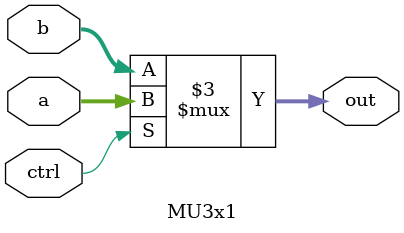
<source format=v>
module MU3x1#(parameter SIZE=15)
(
	output reg[SIZE:0] out,
	input [SIZE:0] a,
	input [SIZE:0] b,
	input ctrl

);
always@(*)
begin
	if(ctrl)
		out=a;
	else
		out=b;
end		
endmodule

</source>
